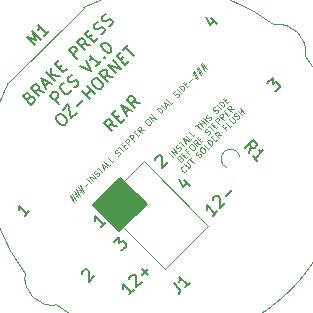
<source format=gbr>
%TF.GenerationSoftware,KiCad,Pcbnew,7.0.9*%
%TF.CreationDate,2024-01-20T09:14:40+10:00*%
%TF.ProjectId,BRAKE-PRES-V01,4252414b-452d-4505-9245-532d5630312e,rev?*%
%TF.SameCoordinates,Original*%
%TF.FileFunction,Legend,Top*%
%TF.FilePolarity,Positive*%
%FSLAX46Y46*%
G04 Gerber Fmt 4.6, Leading zero omitted, Abs format (unit mm)*
G04 Created by KiCad (PCBNEW 7.0.9) date 2024-01-20 09:14:40*
%MOMM*%
%LPD*%
G01*
G04 APERTURE LIST*
%ADD10C,0.150000*%
%ADD11C,0.100000*%
%ADD12C,0.120000*%
G04 APERTURE END LIST*
D10*
X108200000Y-80550000D02*
X105900000Y-82850000D01*
X103650000Y-80600000D01*
X105950000Y-78300000D01*
X108200000Y-80550000D01*
G36*
X108200000Y-80550000D02*
G01*
X105900000Y-82850000D01*
X103650000Y-80600000D01*
X105950000Y-78300000D01*
X108200000Y-80550000D01*
G37*
X111384888Y-78515513D02*
X111856292Y-78986918D01*
X110947155Y-78414498D02*
X111283873Y-79087933D01*
X111283873Y-79087933D02*
X111721605Y-78650200D01*
X98275008Y-71523656D02*
X98409695Y-71456313D01*
X98409695Y-71456313D02*
X98477038Y-71456313D01*
X98477038Y-71456313D02*
X98578053Y-71489984D01*
X98578053Y-71489984D02*
X98679069Y-71591000D01*
X98679069Y-71591000D02*
X98712740Y-71692015D01*
X98712740Y-71692015D02*
X98712740Y-71759358D01*
X98712740Y-71759358D02*
X98679069Y-71860374D01*
X98679069Y-71860374D02*
X98409695Y-72129748D01*
X98409695Y-72129748D02*
X97702588Y-71422641D01*
X97702588Y-71422641D02*
X97938290Y-71186939D01*
X97938290Y-71186939D02*
X98039305Y-71153267D01*
X98039305Y-71153267D02*
X98106649Y-71153267D01*
X98106649Y-71153267D02*
X98207664Y-71186939D01*
X98207664Y-71186939D02*
X98275008Y-71254282D01*
X98275008Y-71254282D02*
X98308679Y-71355297D01*
X98308679Y-71355297D02*
X98308679Y-71422641D01*
X98308679Y-71422641D02*
X98275008Y-71523656D01*
X98275008Y-71523656D02*
X98039305Y-71759358D01*
X99520862Y-71018580D02*
X98948443Y-70917565D01*
X99116801Y-71422641D02*
X98409695Y-70715534D01*
X98409695Y-70715534D02*
X98679069Y-70446160D01*
X98679069Y-70446160D02*
X98780084Y-70412488D01*
X98780084Y-70412488D02*
X98847427Y-70412488D01*
X98847427Y-70412488D02*
X98948443Y-70446160D01*
X98948443Y-70446160D02*
X99049458Y-70547175D01*
X99049458Y-70547175D02*
X99083130Y-70648191D01*
X99083130Y-70648191D02*
X99083130Y-70715534D01*
X99083130Y-70715534D02*
X99049458Y-70816549D01*
X99049458Y-70816549D02*
X98780084Y-71085923D01*
X99588206Y-70547175D02*
X99924923Y-70210458D01*
X99722893Y-70816549D02*
X99251488Y-69873740D01*
X99251488Y-69873740D02*
X100194297Y-70345145D01*
X100430000Y-70109442D02*
X99722893Y-69402336D01*
X100834061Y-69705381D02*
X100126954Y-69604366D01*
X100126954Y-68998275D02*
X100126954Y-69806397D01*
X100766717Y-69031946D02*
X101002420Y-68796244D01*
X101473824Y-69065618D02*
X101137107Y-69402336D01*
X101137107Y-69402336D02*
X100430000Y-68695229D01*
X100430000Y-68695229D02*
X100766717Y-68358511D01*
X102315618Y-68223824D02*
X101608511Y-67516717D01*
X101608511Y-67516717D02*
X101877885Y-67247343D01*
X101877885Y-67247343D02*
X101978901Y-67213672D01*
X101978901Y-67213672D02*
X102046244Y-67213672D01*
X102046244Y-67213672D02*
X102147259Y-67247343D01*
X102147259Y-67247343D02*
X102248275Y-67348359D01*
X102248275Y-67348359D02*
X102281946Y-67449374D01*
X102281946Y-67449374D02*
X102281946Y-67516717D01*
X102281946Y-67516717D02*
X102248275Y-67617733D01*
X102248275Y-67617733D02*
X101978901Y-67887107D01*
X103426786Y-67112656D02*
X102854366Y-67011641D01*
X103022725Y-67516717D02*
X102315618Y-66809611D01*
X102315618Y-66809611D02*
X102584992Y-66540237D01*
X102584992Y-66540237D02*
X102686007Y-66506565D01*
X102686007Y-66506565D02*
X102753351Y-66506565D01*
X102753351Y-66506565D02*
X102854366Y-66540237D01*
X102854366Y-66540237D02*
X102955381Y-66641252D01*
X102955381Y-66641252D02*
X102989053Y-66742267D01*
X102989053Y-66742267D02*
X102989053Y-66809611D01*
X102989053Y-66809611D02*
X102955381Y-66910626D01*
X102955381Y-66910626D02*
X102686007Y-67180000D01*
X103359442Y-66439221D02*
X103595145Y-66203519D01*
X104066549Y-66472893D02*
X103729832Y-66809611D01*
X103729832Y-66809611D02*
X103022725Y-66102504D01*
X103022725Y-66102504D02*
X103359442Y-65765786D01*
X104302252Y-66169847D02*
X104436939Y-66102504D01*
X104436939Y-66102504D02*
X104605297Y-65934145D01*
X104605297Y-65934145D02*
X104638969Y-65833130D01*
X104638969Y-65833130D02*
X104638969Y-65765786D01*
X104638969Y-65765786D02*
X104605297Y-65664771D01*
X104605297Y-65664771D02*
X104537954Y-65597427D01*
X104537954Y-65597427D02*
X104436939Y-65563756D01*
X104436939Y-65563756D02*
X104369595Y-65563756D01*
X104369595Y-65563756D02*
X104268580Y-65597427D01*
X104268580Y-65597427D02*
X104100221Y-65698443D01*
X104100221Y-65698443D02*
X103999206Y-65732114D01*
X103999206Y-65732114D02*
X103931862Y-65732114D01*
X103931862Y-65732114D02*
X103830847Y-65698443D01*
X103830847Y-65698443D02*
X103763504Y-65631099D01*
X103763504Y-65631099D02*
X103729832Y-65530084D01*
X103729832Y-65530084D02*
X103729832Y-65462740D01*
X103729832Y-65462740D02*
X103763504Y-65361725D01*
X103763504Y-65361725D02*
X103931862Y-65193366D01*
X103931862Y-65193366D02*
X104066549Y-65126023D01*
X104975687Y-65496412D02*
X105110374Y-65429069D01*
X105110374Y-65429069D02*
X105278732Y-65260710D01*
X105278732Y-65260710D02*
X105312404Y-65159695D01*
X105312404Y-65159695D02*
X105312404Y-65092351D01*
X105312404Y-65092351D02*
X105278732Y-64991336D01*
X105278732Y-64991336D02*
X105211389Y-64923992D01*
X105211389Y-64923992D02*
X105110374Y-64890321D01*
X105110374Y-64890321D02*
X105043030Y-64890321D01*
X105043030Y-64890321D02*
X104942015Y-64923992D01*
X104942015Y-64923992D02*
X104773656Y-65025008D01*
X104773656Y-65025008D02*
X104672641Y-65058679D01*
X104672641Y-65058679D02*
X104605297Y-65058679D01*
X104605297Y-65058679D02*
X104504282Y-65025008D01*
X104504282Y-65025008D02*
X104436939Y-64957664D01*
X104436939Y-64957664D02*
X104403267Y-64856649D01*
X104403267Y-64856649D02*
X104403267Y-64789305D01*
X104403267Y-64789305D02*
X104436939Y-64688290D01*
X104436939Y-64688290D02*
X104605297Y-64519931D01*
X104605297Y-64519931D02*
X104739984Y-64452588D01*
X100743484Y-72072842D02*
X100036378Y-71365735D01*
X100036378Y-71365735D02*
X100305752Y-71096361D01*
X100305752Y-71096361D02*
X100406767Y-71062689D01*
X100406767Y-71062689D02*
X100474110Y-71062689D01*
X100474110Y-71062689D02*
X100575126Y-71096361D01*
X100575126Y-71096361D02*
X100676141Y-71197376D01*
X100676141Y-71197376D02*
X100709813Y-71298392D01*
X100709813Y-71298392D02*
X100709813Y-71365735D01*
X100709813Y-71365735D02*
X100676141Y-71466750D01*
X100676141Y-71466750D02*
X100406767Y-71736124D01*
X101787309Y-70894331D02*
X101787309Y-70961674D01*
X101787309Y-70961674D02*
X101719965Y-71096361D01*
X101719965Y-71096361D02*
X101652622Y-71163705D01*
X101652622Y-71163705D02*
X101517935Y-71231048D01*
X101517935Y-71231048D02*
X101383248Y-71231048D01*
X101383248Y-71231048D02*
X101282232Y-71197376D01*
X101282232Y-71197376D02*
X101113874Y-71096361D01*
X101113874Y-71096361D02*
X101012858Y-70995346D01*
X101012858Y-70995346D02*
X100911843Y-70826987D01*
X100911843Y-70826987D02*
X100878171Y-70725972D01*
X100878171Y-70725972D02*
X100878171Y-70591285D01*
X100878171Y-70591285D02*
X100945515Y-70456598D01*
X100945515Y-70456598D02*
X101012858Y-70389254D01*
X101012858Y-70389254D02*
X101147545Y-70321911D01*
X101147545Y-70321911D02*
X101214889Y-70321911D01*
X102090354Y-70658628D02*
X102225041Y-70591285D01*
X102225041Y-70591285D02*
X102393400Y-70422926D01*
X102393400Y-70422926D02*
X102427072Y-70321911D01*
X102427072Y-70321911D02*
X102427072Y-70254567D01*
X102427072Y-70254567D02*
X102393400Y-70153552D01*
X102393400Y-70153552D02*
X102326057Y-70086209D01*
X102326057Y-70086209D02*
X102225041Y-70052537D01*
X102225041Y-70052537D02*
X102157698Y-70052537D01*
X102157698Y-70052537D02*
X102056683Y-70086209D01*
X102056683Y-70086209D02*
X101888324Y-70187224D01*
X101888324Y-70187224D02*
X101787309Y-70220896D01*
X101787309Y-70220896D02*
X101719965Y-70220896D01*
X101719965Y-70220896D02*
X101618950Y-70187224D01*
X101618950Y-70187224D02*
X101551606Y-70119880D01*
X101551606Y-70119880D02*
X101517935Y-70018865D01*
X101517935Y-70018865D02*
X101517935Y-69951522D01*
X101517935Y-69951522D02*
X101551606Y-69850506D01*
X101551606Y-69850506D02*
X101719965Y-69682148D01*
X101719965Y-69682148D02*
X101854652Y-69614804D01*
X102561759Y-68840354D02*
X103504568Y-69311758D01*
X103504568Y-69311758D02*
X103033164Y-68368949D01*
X104346362Y-68469964D02*
X103942301Y-68874025D01*
X104144332Y-68671995D02*
X103437225Y-67964888D01*
X103437225Y-67964888D02*
X103470897Y-68133247D01*
X103470897Y-68133247D02*
X103470897Y-68267934D01*
X103470897Y-68267934D02*
X103437225Y-68368949D01*
X104582064Y-68099575D02*
X104649408Y-68099575D01*
X104649408Y-68099575D02*
X104649408Y-68166918D01*
X104649408Y-68166918D02*
X104582064Y-68166918D01*
X104582064Y-68166918D02*
X104582064Y-68099575D01*
X104582064Y-68099575D02*
X104649408Y-68166918D01*
X104413705Y-66988407D02*
X104481049Y-66921064D01*
X104481049Y-66921064D02*
X104582064Y-66887392D01*
X104582064Y-66887392D02*
X104649408Y-66887392D01*
X104649408Y-66887392D02*
X104750423Y-66921064D01*
X104750423Y-66921064D02*
X104918782Y-67022079D01*
X104918782Y-67022079D02*
X105087140Y-67190438D01*
X105087140Y-67190438D02*
X105188156Y-67358797D01*
X105188156Y-67358797D02*
X105221827Y-67459812D01*
X105221827Y-67459812D02*
X105221827Y-67527155D01*
X105221827Y-67527155D02*
X105188156Y-67628171D01*
X105188156Y-67628171D02*
X105120812Y-67695514D01*
X105120812Y-67695514D02*
X105019797Y-67729186D01*
X105019797Y-67729186D02*
X104952453Y-67729186D01*
X104952453Y-67729186D02*
X104851438Y-67695514D01*
X104851438Y-67695514D02*
X104683079Y-67594499D01*
X104683079Y-67594499D02*
X104514721Y-67426140D01*
X104514721Y-67426140D02*
X104413705Y-67257781D01*
X104413705Y-67257781D02*
X104380034Y-67156766D01*
X104380034Y-67156766D02*
X104380034Y-67089423D01*
X104380034Y-67089423D02*
X104413705Y-66988407D01*
X100568728Y-73110269D02*
X100703415Y-72975582D01*
X100703415Y-72975582D02*
X100804430Y-72941910D01*
X100804430Y-72941910D02*
X100939117Y-72941910D01*
X100939117Y-72941910D02*
X101107476Y-73042925D01*
X101107476Y-73042925D02*
X101343178Y-73278627D01*
X101343178Y-73278627D02*
X101444194Y-73446986D01*
X101444194Y-73446986D02*
X101444194Y-73581673D01*
X101444194Y-73581673D02*
X101410522Y-73682688D01*
X101410522Y-73682688D02*
X101275835Y-73817375D01*
X101275835Y-73817375D02*
X101174820Y-73851047D01*
X101174820Y-73851047D02*
X101040133Y-73851047D01*
X101040133Y-73851047D02*
X100871774Y-73750032D01*
X100871774Y-73750032D02*
X100636072Y-73514330D01*
X100636072Y-73514330D02*
X100535056Y-73345971D01*
X100535056Y-73345971D02*
X100535056Y-73211284D01*
X100535056Y-73211284D02*
X100568728Y-73110269D01*
X101107476Y-72571521D02*
X101578881Y-72100116D01*
X101578881Y-72100116D02*
X101814583Y-73278627D01*
X101814583Y-73278627D02*
X102285987Y-72807223D01*
X102285987Y-72268475D02*
X102824735Y-71729727D01*
X103430827Y-71662383D02*
X102723720Y-70955277D01*
X103060438Y-71291994D02*
X103464499Y-70887933D01*
X103834888Y-71258322D02*
X103127781Y-70551216D01*
X103599186Y-70079811D02*
X103733873Y-69945124D01*
X103733873Y-69945124D02*
X103834888Y-69911452D01*
X103834888Y-69911452D02*
X103969575Y-69911452D01*
X103969575Y-69911452D02*
X104137934Y-70012468D01*
X104137934Y-70012468D02*
X104373636Y-70248170D01*
X104373636Y-70248170D02*
X104474651Y-70416529D01*
X104474651Y-70416529D02*
X104474651Y-70551216D01*
X104474651Y-70551216D02*
X104440979Y-70652231D01*
X104440979Y-70652231D02*
X104306292Y-70786918D01*
X104306292Y-70786918D02*
X104205277Y-70820590D01*
X104205277Y-70820590D02*
X104070590Y-70820590D01*
X104070590Y-70820590D02*
X103902231Y-70719574D01*
X103902231Y-70719574D02*
X103666529Y-70483872D01*
X103666529Y-70483872D02*
X103565514Y-70315513D01*
X103565514Y-70315513D02*
X103565514Y-70180826D01*
X103565514Y-70180826D02*
X103599186Y-70079811D01*
X105316445Y-69776765D02*
X104744025Y-69675750D01*
X104912384Y-70180826D02*
X104205277Y-69473720D01*
X104205277Y-69473720D02*
X104474651Y-69204346D01*
X104474651Y-69204346D02*
X104575666Y-69170674D01*
X104575666Y-69170674D02*
X104643010Y-69170674D01*
X104643010Y-69170674D02*
X104744025Y-69204346D01*
X104744025Y-69204346D02*
X104845040Y-69305361D01*
X104845040Y-69305361D02*
X104878712Y-69406376D01*
X104878712Y-69406376D02*
X104878712Y-69473720D01*
X104878712Y-69473720D02*
X104845040Y-69574735D01*
X104845040Y-69574735D02*
X104575666Y-69844109D01*
X105619491Y-69473720D02*
X104912384Y-68766613D01*
X104912384Y-68766613D02*
X106023552Y-69069659D01*
X106023552Y-69069659D02*
X105316445Y-68362552D01*
X105989880Y-68362552D02*
X106225582Y-68126850D01*
X106696987Y-68396224D02*
X106360269Y-68732941D01*
X106360269Y-68732941D02*
X105653162Y-68025834D01*
X105653162Y-68025834D02*
X105989880Y-67689117D01*
X106191910Y-67487086D02*
X106595971Y-67083025D01*
X107101048Y-67992163D02*
X106393941Y-67285056D01*
X105690875Y-73956103D02*
X105118455Y-73855088D01*
X105286814Y-74360164D02*
X104579707Y-73653058D01*
X104579707Y-73653058D02*
X104849081Y-73383683D01*
X104849081Y-73383683D02*
X104950096Y-73350012D01*
X104950096Y-73350012D02*
X105017440Y-73350012D01*
X105017440Y-73350012D02*
X105118455Y-73383683D01*
X105118455Y-73383683D02*
X105219470Y-73484699D01*
X105219470Y-73484699D02*
X105253142Y-73585714D01*
X105253142Y-73585714D02*
X105253142Y-73653058D01*
X105253142Y-73653058D02*
X105219470Y-73754073D01*
X105219470Y-73754073D02*
X104950096Y-74023447D01*
X105623531Y-73282668D02*
X105859234Y-73046966D01*
X106330638Y-73316340D02*
X105993921Y-73653058D01*
X105993921Y-73653058D02*
X105286814Y-72945951D01*
X105286814Y-72945951D02*
X105623531Y-72609233D01*
X106397982Y-72844935D02*
X106734699Y-72508218D01*
X106532669Y-73114309D02*
X106061264Y-72171500D01*
X106061264Y-72171500D02*
X107004073Y-72642905D01*
X107643837Y-72003142D02*
X107071417Y-71902126D01*
X107239776Y-72407203D02*
X106532669Y-71700096D01*
X106532669Y-71700096D02*
X106802043Y-71430722D01*
X106802043Y-71430722D02*
X106903058Y-71397050D01*
X106903058Y-71397050D02*
X106970402Y-71397050D01*
X106970402Y-71397050D02*
X107071417Y-71430722D01*
X107071417Y-71430722D02*
X107172432Y-71531737D01*
X107172432Y-71531737D02*
X107206104Y-71632752D01*
X107206104Y-71632752D02*
X107206104Y-71700096D01*
X107206104Y-71700096D02*
X107172432Y-71801111D01*
X107172432Y-71801111D02*
X106903058Y-72070485D01*
X98273636Y-81169574D02*
X97869575Y-81573635D01*
X98071605Y-81371605D02*
X97364499Y-80664498D01*
X97364499Y-80664498D02*
X97398170Y-80832857D01*
X97398170Y-80832857D02*
X97398170Y-80967544D01*
X97398170Y-80967544D02*
X97364499Y-81068559D01*
X114199186Y-81144025D02*
X113795125Y-81548086D01*
X113997155Y-81346055D02*
X113290048Y-80638948D01*
X113290048Y-80638948D02*
X113323720Y-80807307D01*
X113323720Y-80807307D02*
X113323720Y-80941994D01*
X113323720Y-80941994D02*
X113290048Y-81043009D01*
X113828797Y-80234887D02*
X113828797Y-80167544D01*
X113828797Y-80167544D02*
X113862468Y-80066528D01*
X113862468Y-80066528D02*
X114030827Y-79898170D01*
X114030827Y-79898170D02*
X114131842Y-79864498D01*
X114131842Y-79864498D02*
X114199186Y-79864498D01*
X114199186Y-79864498D02*
X114300201Y-79898170D01*
X114300201Y-79898170D02*
X114367545Y-79965513D01*
X114367545Y-79965513D02*
X114434888Y-80100200D01*
X114434888Y-80100200D02*
X114434888Y-80908322D01*
X114434888Y-80908322D02*
X114872621Y-80470589D01*
X114906293Y-79898170D02*
X115445041Y-79359422D01*
X104723636Y-82069574D02*
X104319575Y-82473635D01*
X104521605Y-82271605D02*
X103814499Y-81564498D01*
X103814499Y-81564498D02*
X103848170Y-81732857D01*
X103848170Y-81732857D02*
X103848170Y-81867544D01*
X103848170Y-81867544D02*
X103814499Y-81968559D01*
X113684888Y-64815513D02*
X114156292Y-65286918D01*
X113247155Y-64714498D02*
X113583873Y-65387933D01*
X113583873Y-65387933D02*
X114021605Y-64950200D01*
X102729812Y-86433872D02*
X102729812Y-86366529D01*
X102729812Y-86366529D02*
X102763483Y-86265513D01*
X102763483Y-86265513D02*
X102931842Y-86097155D01*
X102931842Y-86097155D02*
X103032857Y-86063483D01*
X103032857Y-86063483D02*
X103100201Y-86063483D01*
X103100201Y-86063483D02*
X103201216Y-86097155D01*
X103201216Y-86097155D02*
X103268560Y-86164498D01*
X103268560Y-86164498D02*
X103335903Y-86299185D01*
X103335903Y-86299185D02*
X103335903Y-87107307D01*
X103335903Y-87107307D02*
X103773636Y-86669574D01*
D11*
X101775745Y-80022616D02*
X102028284Y-79770078D01*
X101725238Y-79770078D02*
X102078791Y-80325662D01*
X102146135Y-79955273D02*
X101893597Y-80207811D01*
X102196642Y-80207811D02*
X101843089Y-79652227D01*
X102129299Y-79669063D02*
X102381837Y-79416525D01*
X102078791Y-79416525D02*
X102432345Y-79972109D01*
X102499688Y-79601719D02*
X102247150Y-79854257D01*
X102550196Y-79854257D02*
X102196642Y-79298674D01*
X102482852Y-79315509D02*
X102735390Y-79062971D01*
X102432345Y-79062971D02*
X102785898Y-79618555D01*
X102853241Y-79248166D02*
X102600703Y-79500704D01*
X102903749Y-79500704D02*
X102550196Y-78945120D01*
X102954257Y-79046135D02*
X103223631Y-78776761D01*
X103526677Y-78743089D02*
X103173123Y-78389536D01*
X103695035Y-78574731D02*
X103341482Y-78221177D01*
X103341482Y-78221177D02*
X103897066Y-78372700D01*
X103897066Y-78372700D02*
X103543513Y-78019147D01*
X104031753Y-78204341D02*
X104099097Y-78170669D01*
X104099097Y-78170669D02*
X104183276Y-78086490D01*
X104183276Y-78086490D02*
X104200112Y-78035982D01*
X104200112Y-78035982D02*
X104200112Y-78002311D01*
X104200112Y-78002311D02*
X104183276Y-77951803D01*
X104183276Y-77951803D02*
X104149604Y-77918131D01*
X104149604Y-77918131D02*
X104099097Y-77901295D01*
X104099097Y-77901295D02*
X104065425Y-77901295D01*
X104065425Y-77901295D02*
X104014917Y-77918131D01*
X104014917Y-77918131D02*
X103930738Y-77968639D01*
X103930738Y-77968639D02*
X103880230Y-77985475D01*
X103880230Y-77985475D02*
X103846559Y-77985475D01*
X103846559Y-77985475D02*
X103796051Y-77968639D01*
X103796051Y-77968639D02*
X103762379Y-77934967D01*
X103762379Y-77934967D02*
X103745543Y-77884460D01*
X103745543Y-77884460D02*
X103745543Y-77850788D01*
X103745543Y-77850788D02*
X103762379Y-77800280D01*
X103762379Y-77800280D02*
X103846559Y-77716101D01*
X103846559Y-77716101D02*
X103913902Y-77682429D01*
X103998081Y-77564578D02*
X104200112Y-77362548D01*
X104452650Y-77817116D02*
X104099096Y-77463563D01*
X104553665Y-77514071D02*
X104722024Y-77345712D01*
X104621008Y-77648758D02*
X104385306Y-77177353D01*
X104385306Y-77177353D02*
X104856711Y-77413056D01*
X105142920Y-77126846D02*
X104974561Y-77295205D01*
X104974561Y-77295205D02*
X104621008Y-76941651D01*
X105429130Y-76840636D02*
X105260771Y-77008995D01*
X105260771Y-77008995D02*
X104907218Y-76655441D01*
X105782683Y-76453411D02*
X105850027Y-76419739D01*
X105850027Y-76419739D02*
X105934206Y-76335560D01*
X105934206Y-76335560D02*
X105951042Y-76285052D01*
X105951042Y-76285052D02*
X105951042Y-76251381D01*
X105951042Y-76251381D02*
X105934206Y-76200873D01*
X105934206Y-76200873D02*
X105900534Y-76167201D01*
X105900534Y-76167201D02*
X105850027Y-76150365D01*
X105850027Y-76150365D02*
X105816355Y-76150365D01*
X105816355Y-76150365D02*
X105765847Y-76167201D01*
X105765847Y-76167201D02*
X105681668Y-76217709D01*
X105681668Y-76217709D02*
X105631160Y-76234545D01*
X105631160Y-76234545D02*
X105597489Y-76234545D01*
X105597489Y-76234545D02*
X105546981Y-76217709D01*
X105546981Y-76217709D02*
X105513309Y-76184037D01*
X105513309Y-76184037D02*
X105496473Y-76133529D01*
X105496473Y-76133529D02*
X105496473Y-76099858D01*
X105496473Y-76099858D02*
X105513309Y-76049350D01*
X105513309Y-76049350D02*
X105597489Y-75965171D01*
X105597489Y-75965171D02*
X105664832Y-75931499D01*
X105749011Y-75813648D02*
X105951042Y-75611618D01*
X106203580Y-76066186D02*
X105850026Y-75712633D01*
X106237251Y-75662126D02*
X106355102Y-75544274D01*
X106590805Y-75678961D02*
X106422446Y-75847320D01*
X106422446Y-75847320D02*
X106068893Y-75493767D01*
X106068893Y-75493767D02*
X106237251Y-75325408D01*
X106742328Y-75527439D02*
X106388774Y-75173885D01*
X106388774Y-75173885D02*
X106523461Y-75039198D01*
X106523461Y-75039198D02*
X106573969Y-75022362D01*
X106573969Y-75022362D02*
X106607641Y-75022362D01*
X106607641Y-75022362D02*
X106658148Y-75039198D01*
X106658148Y-75039198D02*
X106708656Y-75089706D01*
X106708656Y-75089706D02*
X106725492Y-75140213D01*
X106725492Y-75140213D02*
X106725492Y-75173885D01*
X106725492Y-75173885D02*
X106708656Y-75224393D01*
X106708656Y-75224393D02*
X106573969Y-75359080D01*
X107095881Y-75173885D02*
X106742328Y-74820332D01*
X106742328Y-74820332D02*
X106877015Y-74685645D01*
X106877015Y-74685645D02*
X106927522Y-74668809D01*
X106927522Y-74668809D02*
X106961194Y-74668809D01*
X106961194Y-74668809D02*
X107011702Y-74685645D01*
X107011702Y-74685645D02*
X107062209Y-74736152D01*
X107062209Y-74736152D02*
X107079045Y-74786660D01*
X107079045Y-74786660D02*
X107079045Y-74820332D01*
X107079045Y-74820332D02*
X107062209Y-74870839D01*
X107062209Y-74870839D02*
X106927522Y-75005526D01*
X107264240Y-74635137D02*
X107382091Y-74517286D01*
X107617793Y-74651973D02*
X107449434Y-74820332D01*
X107449434Y-74820332D02*
X107095881Y-74466778D01*
X107095881Y-74466778D02*
X107264240Y-74298420D01*
X107971347Y-74298420D02*
X107685137Y-74247912D01*
X107769316Y-74500450D02*
X107415763Y-74146897D01*
X107415763Y-74146897D02*
X107550450Y-74012210D01*
X107550450Y-74012210D02*
X107600957Y-73995374D01*
X107600957Y-73995374D02*
X107634629Y-73995374D01*
X107634629Y-73995374D02*
X107685137Y-74012210D01*
X107685137Y-74012210D02*
X107735644Y-74062717D01*
X107735644Y-74062717D02*
X107752480Y-74113225D01*
X107752480Y-74113225D02*
X107752480Y-74146897D01*
X107752480Y-74146897D02*
X107735644Y-74197404D01*
X107735644Y-74197404D02*
X107600957Y-74332091D01*
X108106033Y-73456626D02*
X108173377Y-73389283D01*
X108173377Y-73389283D02*
X108223884Y-73372447D01*
X108223884Y-73372447D02*
X108291228Y-73372447D01*
X108291228Y-73372447D02*
X108375407Y-73422954D01*
X108375407Y-73422954D02*
X108493258Y-73540805D01*
X108493258Y-73540805D02*
X108543766Y-73624985D01*
X108543766Y-73624985D02*
X108543766Y-73692328D01*
X108543766Y-73692328D02*
X108526930Y-73742836D01*
X108526930Y-73742836D02*
X108459587Y-73810179D01*
X108459587Y-73810179D02*
X108409079Y-73827015D01*
X108409079Y-73827015D02*
X108341736Y-73827015D01*
X108341736Y-73827015D02*
X108257556Y-73776508D01*
X108257556Y-73776508D02*
X108139705Y-73658657D01*
X108139705Y-73658657D02*
X108089197Y-73574477D01*
X108089197Y-73574477D02*
X108089197Y-73507134D01*
X108089197Y-73507134D02*
X108106033Y-73456626D01*
X108762633Y-73507133D02*
X108409079Y-73153580D01*
X108409079Y-73153580D02*
X108964663Y-73305103D01*
X108964663Y-73305103D02*
X108611110Y-72951549D01*
X109402396Y-72867370D02*
X109048843Y-72513817D01*
X109048843Y-72513817D02*
X109133022Y-72429637D01*
X109133022Y-72429637D02*
X109200366Y-72395965D01*
X109200366Y-72395965D02*
X109267709Y-72395965D01*
X109267709Y-72395965D02*
X109318217Y-72412801D01*
X109318217Y-72412801D02*
X109402396Y-72463309D01*
X109402396Y-72463309D02*
X109452904Y-72513817D01*
X109452904Y-72513817D02*
X109503411Y-72597996D01*
X109503411Y-72597996D02*
X109520247Y-72648504D01*
X109520247Y-72648504D02*
X109520247Y-72715847D01*
X109520247Y-72715847D02*
X109486576Y-72783191D01*
X109486576Y-72783191D02*
X109402396Y-72867370D01*
X109755950Y-72513817D02*
X109402396Y-72160263D01*
X109806457Y-72261279D02*
X109974816Y-72092920D01*
X109873801Y-72395966D02*
X109638098Y-71924561D01*
X109638098Y-71924561D02*
X110109503Y-72160263D01*
X110395712Y-71874054D02*
X110227354Y-72042413D01*
X110227354Y-72042413D02*
X109873800Y-71688859D01*
X110749266Y-71486829D02*
X110816609Y-71453157D01*
X110816609Y-71453157D02*
X110900788Y-71368978D01*
X110900788Y-71368978D02*
X110917624Y-71318470D01*
X110917624Y-71318470D02*
X110917624Y-71284798D01*
X110917624Y-71284798D02*
X110900788Y-71234291D01*
X110900788Y-71234291D02*
X110867117Y-71200619D01*
X110867117Y-71200619D02*
X110816609Y-71183783D01*
X110816609Y-71183783D02*
X110782937Y-71183783D01*
X110782937Y-71183783D02*
X110732430Y-71200619D01*
X110732430Y-71200619D02*
X110648250Y-71251127D01*
X110648250Y-71251127D02*
X110597743Y-71267962D01*
X110597743Y-71267962D02*
X110564071Y-71267962D01*
X110564071Y-71267962D02*
X110513563Y-71251127D01*
X110513563Y-71251127D02*
X110479892Y-71217455D01*
X110479892Y-71217455D02*
X110463056Y-71166947D01*
X110463056Y-71166947D02*
X110463056Y-71133275D01*
X110463056Y-71133275D02*
X110479892Y-71082768D01*
X110479892Y-71082768D02*
X110564071Y-70998588D01*
X110564071Y-70998588D02*
X110631414Y-70964917D01*
X111119654Y-71150112D02*
X110766101Y-70796558D01*
X111288013Y-70981753D02*
X110934460Y-70628200D01*
X110934460Y-70628200D02*
X111018639Y-70544020D01*
X111018639Y-70544020D02*
X111085983Y-70510349D01*
X111085983Y-70510349D02*
X111153326Y-70510349D01*
X111153326Y-70510349D02*
X111203834Y-70527184D01*
X111203834Y-70527184D02*
X111288013Y-70577692D01*
X111288013Y-70577692D02*
X111338521Y-70628200D01*
X111338521Y-70628200D02*
X111389028Y-70712379D01*
X111389028Y-70712379D02*
X111405864Y-70762887D01*
X111405864Y-70762887D02*
X111405864Y-70830230D01*
X111405864Y-70830230D02*
X111372192Y-70897574D01*
X111372192Y-70897574D02*
X111288013Y-70981753D01*
X111456372Y-70443005D02*
X111574223Y-70325154D01*
X111809925Y-70459841D02*
X111641566Y-70628200D01*
X111641566Y-70628200D02*
X111288013Y-70274646D01*
X111288013Y-70274646D02*
X111456372Y-70106288D01*
X111826761Y-70173631D02*
X112096135Y-69904257D01*
X112146643Y-69651719D02*
X112399181Y-69399180D01*
X112096135Y-69399180D02*
X112449689Y-69954764D01*
X112517032Y-69584375D02*
X112264494Y-69836913D01*
X112567540Y-69836913D02*
X112213987Y-69281329D01*
X112500196Y-69298165D02*
X112752735Y-69045627D01*
X112449689Y-69045627D02*
X112803242Y-69601211D01*
X112870586Y-69230822D02*
X112618048Y-69483360D01*
X112921093Y-69483360D02*
X112567540Y-68927776D01*
X112853750Y-68944612D02*
X113106288Y-68692074D01*
X112803242Y-68692074D02*
X113156796Y-69247658D01*
X113224139Y-68877268D02*
X112971601Y-69129806D01*
X113274647Y-69129806D02*
X112921093Y-68574223D01*
D10*
X105428796Y-83750200D02*
X105866529Y-83312468D01*
X105866529Y-83312468D02*
X105900201Y-83817544D01*
X105900201Y-83817544D02*
X106001216Y-83716529D01*
X106001216Y-83716529D02*
X106102231Y-83682857D01*
X106102231Y-83682857D02*
X106169575Y-83682857D01*
X106169575Y-83682857D02*
X106270590Y-83716529D01*
X106270590Y-83716529D02*
X106438949Y-83884887D01*
X106438949Y-83884887D02*
X106472621Y-83985903D01*
X106472621Y-83985903D02*
X106472621Y-84053246D01*
X106472621Y-84053246D02*
X106438949Y-84154261D01*
X106438949Y-84154261D02*
X106236918Y-84356292D01*
X106236918Y-84356292D02*
X106135903Y-84389964D01*
X106135903Y-84389964D02*
X106068560Y-84389964D01*
X108929812Y-76783872D02*
X108929812Y-76716529D01*
X108929812Y-76716529D02*
X108963483Y-76615513D01*
X108963483Y-76615513D02*
X109131842Y-76447155D01*
X109131842Y-76447155D02*
X109232857Y-76413483D01*
X109232857Y-76413483D02*
X109300201Y-76413483D01*
X109300201Y-76413483D02*
X109401216Y-76447155D01*
X109401216Y-76447155D02*
X109468560Y-76514498D01*
X109468560Y-76514498D02*
X109535903Y-76649185D01*
X109535903Y-76649185D02*
X109535903Y-77457307D01*
X109535903Y-77457307D02*
X109973636Y-77019574D01*
X118428796Y-70300200D02*
X118866529Y-69862468D01*
X118866529Y-69862468D02*
X118900201Y-70367544D01*
X118900201Y-70367544D02*
X119001216Y-70266529D01*
X119001216Y-70266529D02*
X119102231Y-70232857D01*
X119102231Y-70232857D02*
X119169575Y-70232857D01*
X119169575Y-70232857D02*
X119270590Y-70266529D01*
X119270590Y-70266529D02*
X119438949Y-70434887D01*
X119438949Y-70434887D02*
X119472621Y-70535903D01*
X119472621Y-70535903D02*
X119472621Y-70603246D01*
X119472621Y-70603246D02*
X119438949Y-70704261D01*
X119438949Y-70704261D02*
X119236918Y-70906292D01*
X119236918Y-70906292D02*
X119135903Y-70939964D01*
X119135903Y-70939964D02*
X119068560Y-70939964D01*
D11*
X110433641Y-76547683D02*
X110080087Y-76194130D01*
X110601999Y-76379325D02*
X110248446Y-76025771D01*
X110248446Y-76025771D02*
X110804030Y-76177294D01*
X110804030Y-76177294D02*
X110450477Y-75823741D01*
X110938717Y-76008935D02*
X111006061Y-75975263D01*
X111006061Y-75975263D02*
X111090240Y-75891084D01*
X111090240Y-75891084D02*
X111107076Y-75840576D01*
X111107076Y-75840576D02*
X111107076Y-75806905D01*
X111107076Y-75806905D02*
X111090240Y-75756397D01*
X111090240Y-75756397D02*
X111056568Y-75722725D01*
X111056568Y-75722725D02*
X111006061Y-75705889D01*
X111006061Y-75705889D02*
X110972389Y-75705889D01*
X110972389Y-75705889D02*
X110921881Y-75722725D01*
X110921881Y-75722725D02*
X110837702Y-75773233D01*
X110837702Y-75773233D02*
X110787194Y-75790069D01*
X110787194Y-75790069D02*
X110753523Y-75790069D01*
X110753523Y-75790069D02*
X110703015Y-75773233D01*
X110703015Y-75773233D02*
X110669343Y-75739561D01*
X110669343Y-75739561D02*
X110652507Y-75689053D01*
X110652507Y-75689053D02*
X110652507Y-75655382D01*
X110652507Y-75655382D02*
X110669343Y-75604874D01*
X110669343Y-75604874D02*
X110753523Y-75520695D01*
X110753523Y-75520695D02*
X110820866Y-75487023D01*
X110905045Y-75369172D02*
X111107076Y-75167142D01*
X111359614Y-75621710D02*
X111006060Y-75268157D01*
X111460629Y-75318665D02*
X111628988Y-75150306D01*
X111527972Y-75453352D02*
X111292270Y-74981947D01*
X111292270Y-74981947D02*
X111763675Y-75217650D01*
X112049884Y-74931440D02*
X111881525Y-75099799D01*
X111881525Y-75099799D02*
X111527972Y-74746245D01*
X112336094Y-74645230D02*
X112167735Y-74813589D01*
X112167735Y-74813589D02*
X111814182Y-74460035D01*
X112319258Y-73954959D02*
X112521289Y-73752929D01*
X112773827Y-74207497D02*
X112420273Y-73853944D01*
X112992693Y-73988631D02*
X112639139Y-73635078D01*
X112807498Y-73803437D02*
X113009529Y-73601406D01*
X113194723Y-73786601D02*
X112841170Y-73433047D01*
X113363082Y-73618242D02*
X113009529Y-73264688D01*
X113497769Y-73449883D02*
X113565113Y-73416211D01*
X113565113Y-73416211D02*
X113649292Y-73332032D01*
X113649292Y-73332032D02*
X113666128Y-73281524D01*
X113666128Y-73281524D02*
X113666128Y-73247853D01*
X113666128Y-73247853D02*
X113649292Y-73197345D01*
X113649292Y-73197345D02*
X113615620Y-73163673D01*
X113615620Y-73163673D02*
X113565113Y-73146837D01*
X113565113Y-73146837D02*
X113531441Y-73146837D01*
X113531441Y-73146837D02*
X113480933Y-73163673D01*
X113480933Y-73163673D02*
X113396754Y-73214181D01*
X113396754Y-73214181D02*
X113346246Y-73231017D01*
X113346246Y-73231017D02*
X113312575Y-73231017D01*
X113312575Y-73231017D02*
X113262067Y-73214181D01*
X113262067Y-73214181D02*
X113228395Y-73180509D01*
X113228395Y-73180509D02*
X113211559Y-73130002D01*
X113211559Y-73130002D02*
X113211559Y-73096330D01*
X113211559Y-73096330D02*
X113228395Y-73045822D01*
X113228395Y-73045822D02*
X113312575Y-72961643D01*
X113312575Y-72961643D02*
X113379918Y-72927971D01*
X114103860Y-72843792D02*
X114171204Y-72810120D01*
X114171204Y-72810120D02*
X114255383Y-72725941D01*
X114255383Y-72725941D02*
X114272219Y-72675433D01*
X114272219Y-72675433D02*
X114272219Y-72641762D01*
X114272219Y-72641762D02*
X114255383Y-72591254D01*
X114255383Y-72591254D02*
X114221711Y-72557582D01*
X114221711Y-72557582D02*
X114171204Y-72540746D01*
X114171204Y-72540746D02*
X114137532Y-72540746D01*
X114137532Y-72540746D02*
X114087024Y-72557582D01*
X114087024Y-72557582D02*
X114002845Y-72608090D01*
X114002845Y-72608090D02*
X113952337Y-72624926D01*
X113952337Y-72624926D02*
X113918666Y-72624926D01*
X113918666Y-72624926D02*
X113868158Y-72608090D01*
X113868158Y-72608090D02*
X113834486Y-72574418D01*
X113834486Y-72574418D02*
X113817650Y-72523911D01*
X113817650Y-72523911D02*
X113817650Y-72490239D01*
X113817650Y-72490239D02*
X113834486Y-72439731D01*
X113834486Y-72439731D02*
X113918666Y-72355552D01*
X113918666Y-72355552D02*
X113986009Y-72321880D01*
X114474249Y-72507075D02*
X114120696Y-72153522D01*
X114642608Y-72338716D02*
X114289054Y-71985163D01*
X114289054Y-71985163D02*
X114373234Y-71900984D01*
X114373234Y-71900984D02*
X114440577Y-71867312D01*
X114440577Y-71867312D02*
X114507921Y-71867312D01*
X114507921Y-71867312D02*
X114558428Y-71884148D01*
X114558428Y-71884148D02*
X114642608Y-71934655D01*
X114642608Y-71934655D02*
X114693115Y-71985163D01*
X114693115Y-71985163D02*
X114743623Y-72069342D01*
X114743623Y-72069342D02*
X114760459Y-72119850D01*
X114760459Y-72119850D02*
X114760459Y-72187194D01*
X114760459Y-72187194D02*
X114726787Y-72254537D01*
X114726787Y-72254537D02*
X114642608Y-72338716D01*
X114810966Y-71799968D02*
X114928818Y-71682117D01*
X115164520Y-71816804D02*
X114996161Y-71985163D01*
X114996161Y-71985163D02*
X114642608Y-71631610D01*
X114642608Y-71631610D02*
X114810966Y-71463251D01*
X111078623Y-76670754D02*
X111145966Y-76637083D01*
X111145966Y-76637083D02*
X111179638Y-76637083D01*
X111179638Y-76637083D02*
X111230146Y-76653918D01*
X111230146Y-76653918D02*
X111280653Y-76704426D01*
X111280653Y-76704426D02*
X111297489Y-76754934D01*
X111297489Y-76754934D02*
X111297489Y-76788605D01*
X111297489Y-76788605D02*
X111280653Y-76839113D01*
X111280653Y-76839113D02*
X111145966Y-76973800D01*
X111145966Y-76973800D02*
X110792413Y-76620247D01*
X110792413Y-76620247D02*
X110910264Y-76502396D01*
X110910264Y-76502396D02*
X110960771Y-76485560D01*
X110960771Y-76485560D02*
X110994443Y-76485560D01*
X110994443Y-76485560D02*
X111044951Y-76502396D01*
X111044951Y-76502396D02*
X111078623Y-76536067D01*
X111078623Y-76536067D02*
X111095458Y-76586575D01*
X111095458Y-76586575D02*
X111095458Y-76620247D01*
X111095458Y-76620247D02*
X111078623Y-76670754D01*
X111078623Y-76670754D02*
X110960771Y-76788605D01*
X111314325Y-76435052D02*
X111432176Y-76317201D01*
X111667878Y-76451888D02*
X111499520Y-76620247D01*
X111499520Y-76620247D02*
X111145966Y-76266693D01*
X111145966Y-76266693D02*
X111314325Y-76098334D01*
X111752058Y-75997319D02*
X111634207Y-76115170D01*
X111819401Y-76300365D02*
X111465848Y-75946812D01*
X111465848Y-75946812D02*
X111634207Y-75778453D01*
X111836237Y-75576423D02*
X111903580Y-75509079D01*
X111903580Y-75509079D02*
X111954088Y-75492243D01*
X111954088Y-75492243D02*
X112021431Y-75492243D01*
X112021431Y-75492243D02*
X112105611Y-75542751D01*
X112105611Y-75542751D02*
X112223462Y-75660602D01*
X112223462Y-75660602D02*
X112273970Y-75744781D01*
X112273970Y-75744781D02*
X112273970Y-75812125D01*
X112273970Y-75812125D02*
X112257134Y-75862633D01*
X112257134Y-75862633D02*
X112189790Y-75929976D01*
X112189790Y-75929976D02*
X112139283Y-75946812D01*
X112139283Y-75946812D02*
X112071939Y-75946812D01*
X112071939Y-75946812D02*
X111987760Y-75896304D01*
X111987760Y-75896304D02*
X111869909Y-75778453D01*
X111869909Y-75778453D02*
X111819401Y-75694274D01*
X111819401Y-75694274D02*
X111819401Y-75626930D01*
X111819401Y-75626930D02*
X111836237Y-75576423D01*
X112694867Y-75424899D02*
X112408657Y-75374392D01*
X112492836Y-75626930D02*
X112139283Y-75273377D01*
X112139283Y-75273377D02*
X112273970Y-75138690D01*
X112273970Y-75138690D02*
X112324477Y-75121854D01*
X112324477Y-75121854D02*
X112358149Y-75121854D01*
X112358149Y-75121854D02*
X112408657Y-75138690D01*
X112408657Y-75138690D02*
X112459164Y-75189197D01*
X112459164Y-75189197D02*
X112476000Y-75239705D01*
X112476000Y-75239705D02*
X112476000Y-75273377D01*
X112476000Y-75273377D02*
X112459164Y-75323884D01*
X112459164Y-75323884D02*
X112324477Y-75458571D01*
X112661195Y-75088182D02*
X112779046Y-74970331D01*
X113014748Y-75105018D02*
X112846390Y-75273377D01*
X112846390Y-75273377D02*
X112492836Y-74919823D01*
X112492836Y-74919823D02*
X112661195Y-74751464D01*
X113401973Y-74684121D02*
X113469317Y-74650449D01*
X113469317Y-74650449D02*
X113553496Y-74566270D01*
X113553496Y-74566270D02*
X113570332Y-74515762D01*
X113570332Y-74515762D02*
X113570332Y-74482091D01*
X113570332Y-74482091D02*
X113553496Y-74431583D01*
X113553496Y-74431583D02*
X113519824Y-74397911D01*
X113519824Y-74397911D02*
X113469317Y-74381075D01*
X113469317Y-74381075D02*
X113435645Y-74381075D01*
X113435645Y-74381075D02*
X113385137Y-74397911D01*
X113385137Y-74397911D02*
X113300958Y-74448419D01*
X113300958Y-74448419D02*
X113250450Y-74465255D01*
X113250450Y-74465255D02*
X113216779Y-74465255D01*
X113216779Y-74465255D02*
X113166271Y-74448419D01*
X113166271Y-74448419D02*
X113132599Y-74414747D01*
X113132599Y-74414747D02*
X113115763Y-74364239D01*
X113115763Y-74364239D02*
X113115763Y-74330568D01*
X113115763Y-74330568D02*
X113132599Y-74280060D01*
X113132599Y-74280060D02*
X113216779Y-74195881D01*
X113216779Y-74195881D02*
X113284122Y-74162209D01*
X113368301Y-74044358D02*
X113570332Y-73842328D01*
X113822870Y-74296896D02*
X113469316Y-73943343D01*
X113856541Y-73892836D02*
X113974392Y-73774984D01*
X114210095Y-73909671D02*
X114041736Y-74078030D01*
X114041736Y-74078030D02*
X113688183Y-73724477D01*
X113688183Y-73724477D02*
X113856541Y-73556118D01*
X114361618Y-73758149D02*
X114008064Y-73404595D01*
X114008064Y-73404595D02*
X114142751Y-73269908D01*
X114142751Y-73269908D02*
X114193259Y-73253072D01*
X114193259Y-73253072D02*
X114226931Y-73253072D01*
X114226931Y-73253072D02*
X114277438Y-73269908D01*
X114277438Y-73269908D02*
X114327946Y-73320416D01*
X114327946Y-73320416D02*
X114344782Y-73370923D01*
X114344782Y-73370923D02*
X114344782Y-73404595D01*
X114344782Y-73404595D02*
X114327946Y-73455103D01*
X114327946Y-73455103D02*
X114193259Y-73589790D01*
X114715171Y-73404595D02*
X114361618Y-73051042D01*
X114361618Y-73051042D02*
X114496305Y-72916355D01*
X114496305Y-72916355D02*
X114546812Y-72899519D01*
X114546812Y-72899519D02*
X114580484Y-72899519D01*
X114580484Y-72899519D02*
X114630992Y-72916355D01*
X114630992Y-72916355D02*
X114681499Y-72966862D01*
X114681499Y-72966862D02*
X114698335Y-73017370D01*
X114698335Y-73017370D02*
X114698335Y-73051042D01*
X114698335Y-73051042D02*
X114681499Y-73101549D01*
X114681499Y-73101549D02*
X114546812Y-73236236D01*
X114883530Y-72865847D02*
X115001381Y-72747996D01*
X115237083Y-72882683D02*
X115068724Y-73051042D01*
X115068724Y-73051042D02*
X114715171Y-72697488D01*
X114715171Y-72697488D02*
X114883530Y-72529130D01*
X115590637Y-72529130D02*
X115304427Y-72478622D01*
X115388606Y-72731160D02*
X115035053Y-72377607D01*
X115035053Y-72377607D02*
X115169740Y-72242920D01*
X115169740Y-72242920D02*
X115220247Y-72226084D01*
X115220247Y-72226084D02*
X115253919Y-72226084D01*
X115253919Y-72226084D02*
X115304427Y-72242920D01*
X115304427Y-72242920D02*
X115354934Y-72293427D01*
X115354934Y-72293427D02*
X115371770Y-72343935D01*
X115371770Y-72343935D02*
X115371770Y-72377607D01*
X115371770Y-72377607D02*
X115354934Y-72428114D01*
X115354934Y-72428114D02*
X115220247Y-72562801D01*
X111572082Y-77618783D02*
X111572082Y-77652455D01*
X111572082Y-77652455D02*
X111538410Y-77719798D01*
X111538410Y-77719798D02*
X111504738Y-77753470D01*
X111504738Y-77753470D02*
X111437395Y-77787142D01*
X111437395Y-77787142D02*
X111370051Y-77787142D01*
X111370051Y-77787142D02*
X111319543Y-77770306D01*
X111319543Y-77770306D02*
X111235364Y-77719798D01*
X111235364Y-77719798D02*
X111184856Y-77669291D01*
X111184856Y-77669291D02*
X111134349Y-77585111D01*
X111134349Y-77585111D02*
X111117513Y-77534604D01*
X111117513Y-77534604D02*
X111117513Y-77467260D01*
X111117513Y-77467260D02*
X111151185Y-77399917D01*
X111151185Y-77399917D02*
X111184856Y-77366245D01*
X111184856Y-77366245D02*
X111252200Y-77332573D01*
X111252200Y-77332573D02*
X111285872Y-77332573D01*
X111403723Y-77147379D02*
X111689933Y-77433588D01*
X111689933Y-77433588D02*
X111740440Y-77450424D01*
X111740440Y-77450424D02*
X111774112Y-77450424D01*
X111774112Y-77450424D02*
X111824620Y-77433588D01*
X111824620Y-77433588D02*
X111891963Y-77366245D01*
X111891963Y-77366245D02*
X111908799Y-77315737D01*
X111908799Y-77315737D02*
X111908799Y-77282066D01*
X111908799Y-77282066D02*
X111891963Y-77231558D01*
X111891963Y-77231558D02*
X111605753Y-76945348D01*
X111723605Y-76827497D02*
X111925635Y-76625466D01*
X112178173Y-77080035D02*
X111824620Y-76726481D01*
X112632742Y-76591795D02*
X112700085Y-76558123D01*
X112700085Y-76558123D02*
X112784264Y-76473944D01*
X112784264Y-76473944D02*
X112801100Y-76423436D01*
X112801100Y-76423436D02*
X112801100Y-76389764D01*
X112801100Y-76389764D02*
X112784264Y-76339257D01*
X112784264Y-76339257D02*
X112750593Y-76305585D01*
X112750593Y-76305585D02*
X112700085Y-76288749D01*
X112700085Y-76288749D02*
X112666413Y-76288749D01*
X112666413Y-76288749D02*
X112615906Y-76305585D01*
X112615906Y-76305585D02*
X112531726Y-76356093D01*
X112531726Y-76356093D02*
X112481219Y-76372928D01*
X112481219Y-76372928D02*
X112447547Y-76372928D01*
X112447547Y-76372928D02*
X112397039Y-76356093D01*
X112397039Y-76356093D02*
X112363368Y-76322421D01*
X112363368Y-76322421D02*
X112346532Y-76271913D01*
X112346532Y-76271913D02*
X112346532Y-76238241D01*
X112346532Y-76238241D02*
X112363368Y-76187734D01*
X112363368Y-76187734D02*
X112447547Y-76103554D01*
X112447547Y-76103554D02*
X112514890Y-76069883D01*
X112716921Y-75834181D02*
X112784264Y-75766837D01*
X112784264Y-75766837D02*
X112834772Y-75750001D01*
X112834772Y-75750001D02*
X112902115Y-75750001D01*
X112902115Y-75750001D02*
X112986295Y-75800509D01*
X112986295Y-75800509D02*
X113104146Y-75918360D01*
X113104146Y-75918360D02*
X113154653Y-76002540D01*
X113154653Y-76002540D02*
X113154653Y-76069883D01*
X113154653Y-76069883D02*
X113137818Y-76120391D01*
X113137818Y-76120391D02*
X113070474Y-76187734D01*
X113070474Y-76187734D02*
X113019966Y-76204570D01*
X113019966Y-76204570D02*
X112952623Y-76204570D01*
X112952623Y-76204570D02*
X112868444Y-76154062D01*
X112868444Y-76154062D02*
X112750592Y-76036211D01*
X112750592Y-76036211D02*
X112700085Y-75952032D01*
X112700085Y-75952032D02*
X112700085Y-75884688D01*
X112700085Y-75884688D02*
X112716921Y-75834181D01*
X113541879Y-75716329D02*
X113373520Y-75884688D01*
X113373520Y-75884688D02*
X113019967Y-75531135D01*
X113659730Y-75598478D02*
X113306177Y-75244925D01*
X113306177Y-75244925D02*
X113390356Y-75160745D01*
X113390356Y-75160745D02*
X113457700Y-75127074D01*
X113457700Y-75127074D02*
X113525043Y-75127074D01*
X113525043Y-75127074D02*
X113575551Y-75143909D01*
X113575551Y-75143909D02*
X113659730Y-75194417D01*
X113659730Y-75194417D02*
X113710238Y-75244925D01*
X113710238Y-75244925D02*
X113760745Y-75329104D01*
X113760745Y-75329104D02*
X113777581Y-75379612D01*
X113777581Y-75379612D02*
X113777581Y-75446955D01*
X113777581Y-75446955D02*
X113743909Y-75514299D01*
X113743909Y-75514299D02*
X113659730Y-75598478D01*
X113828089Y-75059730D02*
X113945940Y-74941879D01*
X114181642Y-75076566D02*
X114013283Y-75244925D01*
X114013283Y-75244925D02*
X113659730Y-74891371D01*
X113659730Y-74891371D02*
X113828089Y-74723013D01*
X114535196Y-74723013D02*
X114248986Y-74672505D01*
X114333165Y-74925043D02*
X113979612Y-74571490D01*
X113979612Y-74571490D02*
X114114299Y-74436803D01*
X114114299Y-74436803D02*
X114164806Y-74419967D01*
X114164806Y-74419967D02*
X114198478Y-74419967D01*
X114198478Y-74419967D02*
X114248986Y-74436803D01*
X114248986Y-74436803D02*
X114299493Y-74487310D01*
X114299493Y-74487310D02*
X114316329Y-74537818D01*
X114316329Y-74537818D02*
X114316329Y-74571490D01*
X114316329Y-74571490D02*
X114299493Y-74621997D01*
X114299493Y-74621997D02*
X114164806Y-74756684D01*
X114888749Y-73999070D02*
X114770898Y-74116921D01*
X114956092Y-74302116D02*
X114602539Y-73948563D01*
X114602539Y-73948563D02*
X114770898Y-73780204D01*
X115427496Y-73830712D02*
X115259138Y-73999070D01*
X115259138Y-73999070D02*
X114905584Y-73645517D01*
X115191794Y-73359307D02*
X115478004Y-73645517D01*
X115478004Y-73645517D02*
X115528512Y-73662353D01*
X115528512Y-73662353D02*
X115562184Y-73662353D01*
X115562184Y-73662353D02*
X115612691Y-73645517D01*
X115612691Y-73645517D02*
X115680035Y-73578173D01*
X115680035Y-73578173D02*
X115696871Y-73527666D01*
X115696871Y-73527666D02*
X115696871Y-73493994D01*
X115696871Y-73493994D02*
X115680035Y-73443486D01*
X115680035Y-73443486D02*
X115393825Y-73157277D01*
X115882066Y-73342471D02*
X115949409Y-73308799D01*
X115949409Y-73308799D02*
X116033588Y-73224620D01*
X116033588Y-73224620D02*
X116050424Y-73174112D01*
X116050424Y-73174112D02*
X116050424Y-73140440D01*
X116050424Y-73140440D02*
X116033588Y-73089933D01*
X116033588Y-73089933D02*
X115999917Y-73056261D01*
X115999917Y-73056261D02*
X115949409Y-73039425D01*
X115949409Y-73039425D02*
X115915737Y-73039425D01*
X115915737Y-73039425D02*
X115865230Y-73056261D01*
X115865230Y-73056261D02*
X115781050Y-73106769D01*
X115781050Y-73106769D02*
X115730543Y-73123604D01*
X115730543Y-73123604D02*
X115696871Y-73123604D01*
X115696871Y-73123604D02*
X115646363Y-73106769D01*
X115646363Y-73106769D02*
X115612692Y-73073097D01*
X115612692Y-73073097D02*
X115595856Y-73022589D01*
X115595856Y-73022589D02*
X115595856Y-72988917D01*
X115595856Y-72988917D02*
X115612692Y-72938410D01*
X115612692Y-72938410D02*
X115696871Y-72854230D01*
X115696871Y-72854230D02*
X115764214Y-72820559D01*
X116252454Y-73005754D02*
X115898901Y-72652200D01*
X116067260Y-72820559D02*
X116269290Y-72618529D01*
X116454485Y-72803723D02*
X116100932Y-72450170D01*
D10*
X107099186Y-87794025D02*
X106695125Y-88198086D01*
X106897155Y-87996055D02*
X106190048Y-87288948D01*
X106190048Y-87288948D02*
X106223720Y-87457307D01*
X106223720Y-87457307D02*
X106223720Y-87591994D01*
X106223720Y-87591994D02*
X106190048Y-87693009D01*
X106728797Y-86884887D02*
X106728797Y-86817544D01*
X106728797Y-86817544D02*
X106762468Y-86716528D01*
X106762468Y-86716528D02*
X106930827Y-86548170D01*
X106930827Y-86548170D02*
X107031842Y-86514498D01*
X107031842Y-86514498D02*
X107099186Y-86514498D01*
X107099186Y-86514498D02*
X107200201Y-86548170D01*
X107200201Y-86548170D02*
X107267545Y-86615513D01*
X107267545Y-86615513D02*
X107334888Y-86750200D01*
X107334888Y-86750200D02*
X107334888Y-87558322D01*
X107334888Y-87558322D02*
X107772621Y-87120589D01*
X107806293Y-86548170D02*
X108345041Y-86009422D01*
X108345041Y-86548170D02*
X107806293Y-86009422D01*
X110478796Y-87200201D02*
X110983872Y-87705277D01*
X110983872Y-87705277D02*
X111051216Y-87839964D01*
X111051216Y-87839964D02*
X111051216Y-87974651D01*
X111051216Y-87974651D02*
X110983872Y-88109338D01*
X110983872Y-88109338D02*
X110916529Y-88176682D01*
X111893010Y-87200201D02*
X111488949Y-87604262D01*
X111690979Y-87402231D02*
X110983872Y-86695124D01*
X110983872Y-86695124D02*
X111017544Y-86863483D01*
X111017544Y-86863483D02*
X111017544Y-86998170D01*
X111017544Y-86998170D02*
X110983872Y-87099185D01*
X116900039Y-76227960D02*
X117001054Y-75655541D01*
X116495978Y-75823899D02*
X117203085Y-75116793D01*
X117203085Y-75116793D02*
X117472459Y-75386167D01*
X117472459Y-75386167D02*
X117506131Y-75487182D01*
X117506131Y-75487182D02*
X117506131Y-75554525D01*
X117506131Y-75554525D02*
X117472459Y-75655541D01*
X117472459Y-75655541D02*
X117371444Y-75756556D01*
X117371444Y-75756556D02*
X117270428Y-75790228D01*
X117270428Y-75790228D02*
X117203085Y-75790228D01*
X117203085Y-75790228D02*
X117102070Y-75756556D01*
X117102070Y-75756556D02*
X116832696Y-75487182D01*
X117573474Y-76901395D02*
X117169413Y-76497334D01*
X117371444Y-76699365D02*
X118078550Y-75992258D01*
X118078550Y-75992258D02*
X117910192Y-76025930D01*
X117910192Y-76025930D02*
X117775505Y-76025930D01*
X117775505Y-76025930D02*
X117674489Y-75992258D01*
X98759741Y-67104581D02*
X98052635Y-66397474D01*
X98052635Y-66397474D02*
X98793413Y-66666848D01*
X98793413Y-66666848D02*
X98524039Y-65926070D01*
X98524039Y-65926070D02*
X99231146Y-66633176D01*
X99938253Y-65926070D02*
X99534192Y-66330131D01*
X99736222Y-66128100D02*
X99029115Y-65420993D01*
X99029115Y-65420993D02*
X99062787Y-65589352D01*
X99062787Y-65589352D02*
X99062787Y-65724039D01*
X99062787Y-65724039D02*
X99029115Y-65825054D01*
D12*
%TO.C,J1*%
X107946051Y-76923045D02*
X113419058Y-82396051D01*
X106107574Y-78761522D02*
X107946051Y-76923045D01*
X105209548Y-81540452D02*
X104269096Y-80600000D01*
X109742102Y-86073006D02*
X113419058Y-82396051D01*
X107946051Y-80600000D02*
X106107574Y-78761522D01*
X104269096Y-80600000D02*
X105209548Y-79659548D01*
X106107574Y-82438478D02*
X109742102Y-86073006D01*
X106107574Y-82438478D02*
X107946051Y-80600000D01*
%TO.C,R1*%
X116100031Y-76510083D02*
G75*
G03*
X115006565Y-77466318I-789931J-200017D01*
G01*
D11*
%TO.C,M1*%
X96469358Y-70307388D02*
X102874043Y-63902703D01*
X100608055Y-89083197D02*
G75*
G03*
X121653508Y-68046133I9175272J11866524D01*
G01*
X118958598Y-65350151D02*
G75*
G03*
X102882986Y-63898068I-9175271J-11866523D01*
G01*
X121649852Y-68041401D02*
G75*
G03*
X118956597Y-65350469I-2320583J370670D01*
G01*
X97916804Y-86391944D02*
G75*
G03*
X100610058Y-89082876I2320581J-370671D01*
G01*
X96469359Y-70307389D02*
G75*
G03*
X97910645Y-86383973I13313966J-6909284D01*
G01*
%TD*%
M02*

</source>
